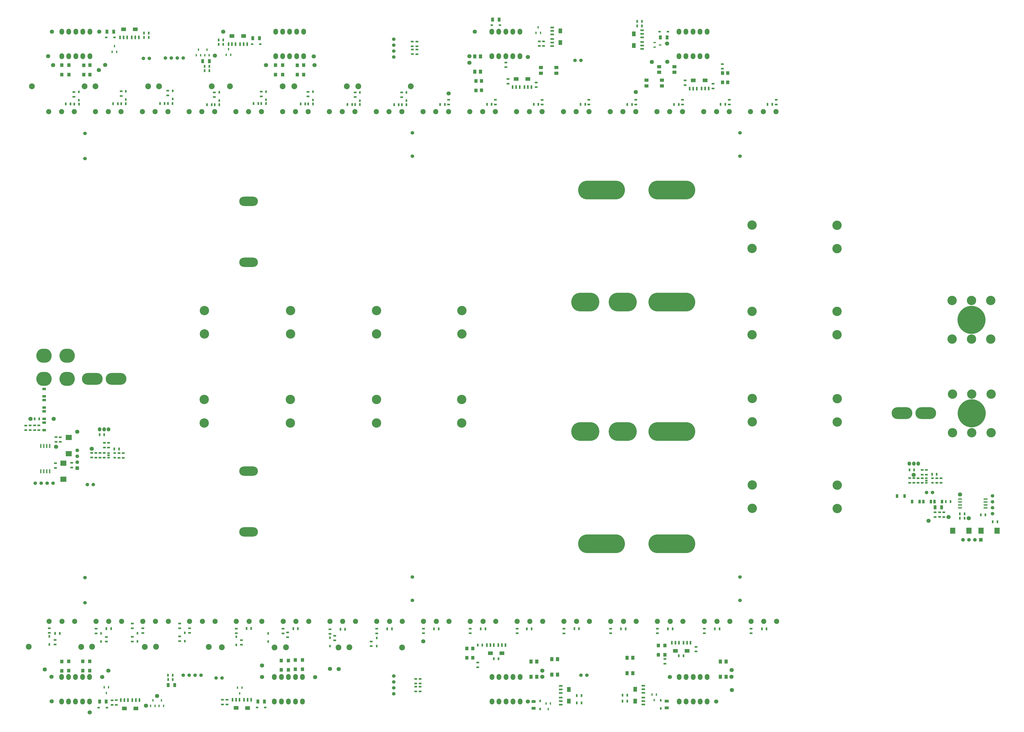
<source format=gbr>
%TF.GenerationSoftware,Altium Limited,Altium Designer,25.3.3 (18)*%
G04 Layer_Color=255*
%FSLAX45Y45*%
%MOMM*%
%TF.SameCoordinates,A4CA6E92-6A9D-4088-ADF9-EEBE24E4F9EE*%
%TF.FilePolarity,Positive*%
%TF.FileFunction,Pads,Bot*%
%TF.Part,Single*%
G01*
G75*
%TA.AperFunction,ComponentPad*%
%ADD17C,1.50000*%
%TA.AperFunction,TestPad*%
%ADD18C,1.80000*%
%TA.AperFunction,ComponentPad*%
%ADD19C,1.52400*%
%ADD20C,12.00000*%
%ADD21C,4.00000*%
%ADD22C,2.20000*%
%ADD23O,2.00000X2.50000*%
%ADD24C,1.80000*%
%ADD25C,2.50000*%
%ADD26O,12.00000X8.00000*%
%ADD27O,20.00000X8.00000*%
%ADD28R,1.55000X1.55000*%
%ADD29C,1.55000*%
%ADD30O,8.00000X4.00000*%
%ADD31O,6.60000X6.00000*%
%ADD32R,1.55000X1.55000*%
%ADD33O,8.89000X5.08000*%
%ADD34O,1.52400X1.77800*%
%TA.AperFunction,SMDPad,CuDef*%
%ADD40R,0.80000X1.25000*%
%ADD41R,1.25000X0.80000*%
%ADD42R,2.00000X1.50000*%
%ADD43R,0.80000X1.50000*%
%ADD44R,0.70000X1.00000*%
%ADD45R,0.60000X1.00000*%
%ADD46R,1.80000X1.45000*%
%ADD47R,0.60000X1.80000*%
%ADD48R,1.50000X2.00000*%
%ADD49R,1.50000X0.80000*%
%ADD50R,1.80000X1.30000*%
%ADD51R,1.45000X1.80000*%
%ADD52R,1.45000X1.50000*%
%ADD53R,1.30000X1.80000*%
%ADD54R,1.00000X0.70000*%
%ADD55R,2.50000X2.20000*%
%ADD56R,2.20000X2.50000*%
%ADD57R,1.60000X1.00000*%
%ADD58R,1.80000X0.60000*%
%ADD59R,1.00000X0.60000*%
%ADD60R,1.00000X1.60000*%
%ADD61R,1.00000X0.66000*%
D17*
X5550000Y28177499D02*
D03*
X5296000D02*
D03*
X8665000Y1685000D02*
D03*
X8411000D02*
D03*
X24000000Y1800000D02*
D03*
X24253999D02*
D03*
X7762000D02*
D03*
X7254000D02*
D03*
X7000000D02*
D03*
X7508000D02*
D03*
X3154000Y9950000D02*
D03*
X2900000D02*
D03*
X39031500Y9610000D02*
D03*
X38777499D02*
D03*
X6492000Y28200000D02*
D03*
X7000000D02*
D03*
X6746000D02*
D03*
X6238000D02*
D03*
X16000000Y28492001D02*
D03*
Y29000000D02*
D03*
Y28745999D02*
D03*
Y28238000D02*
D03*
X23746001Y28100000D02*
D03*
X24000000D02*
D03*
X16000000Y1508000D02*
D03*
Y1000000D02*
D03*
Y1254000D02*
D03*
Y1762000D02*
D03*
X933500Y10015000D02*
D03*
X1441500D02*
D03*
X1187500D02*
D03*
X679500D02*
D03*
X41595001Y9219000D02*
D03*
Y8711000D02*
D03*
Y8965000D02*
D03*
Y9473000D02*
D03*
D18*
X26345001Y26745001D02*
D03*
X3802500Y1997500D02*
D03*
X19462500Y29325000D02*
D03*
X27687500Y28817499D02*
D03*
X17267500Y3250000D02*
D03*
X27804999Y1720000D02*
D03*
X21732312Y675000D02*
D03*
X29785001Y670000D02*
D03*
X30457501Y1165000D02*
D03*
X22350000Y1730000D02*
D03*
X22355000Y1990000D02*
D03*
X30450000Y2020000D02*
D03*
X30435001Y1732500D02*
D03*
X3002500Y205000D02*
D03*
X1377500Y680000D02*
D03*
X1080000Y2047500D02*
D03*
X13277499Y2070000D02*
D03*
X10372500Y1722500D02*
D03*
X12637500Y1715000D02*
D03*
X10375000Y2216409D02*
D03*
X13650000Y2062500D02*
D03*
X1375000Y1727500D02*
D03*
X3540000Y1725000D02*
D03*
X40579999Y8512500D02*
D03*
X8355000Y28302499D02*
D03*
X3407793Y29325000D02*
D03*
X1390000D02*
D03*
X8710000Y29325000D02*
D03*
X3398734Y27681265D02*
D03*
X27690955Y28040781D02*
D03*
X27037500Y28029999D02*
D03*
X19239999Y28272501D02*
D03*
X21732500Y28237500D02*
D03*
X19237500Y27995001D02*
D03*
X12580000Y28270001D02*
D03*
X12615000Y27892499D02*
D03*
X10542500Y27891779D02*
D03*
X1442500Y27897501D02*
D03*
X3667500Y27900000D02*
D03*
X1225000Y28277499D02*
D03*
X18347501Y26679999D02*
D03*
X1562500Y11572500D02*
D03*
X5412500Y497500D02*
D03*
X5887500Y912500D02*
D03*
D19*
X2800000Y5972216D02*
D03*
Y4897216D02*
D03*
X30800000Y6000000D02*
D03*
Y5000000D02*
D03*
X16800000Y6000000D02*
D03*
Y5000000D02*
D03*
X2800000Y24972217D02*
D03*
Y23897215D02*
D03*
X30800000Y25000000D02*
D03*
Y24000000D02*
D03*
X16800000Y25000000D02*
D03*
Y24000000D02*
D03*
D20*
X40710001Y13000000D02*
D03*
X40697501Y17000000D02*
D03*
D21*
X41535001Y13825000D02*
D03*
Y12175000D02*
D03*
X39885001D02*
D03*
Y13825000D02*
D03*
X40710001Y12175000D02*
D03*
Y13825000D02*
D03*
X41522501Y17825000D02*
D03*
Y16175000D02*
D03*
X39872501D02*
D03*
Y17825000D02*
D03*
X40697501Y16175000D02*
D03*
Y17825000D02*
D03*
X18915048Y17395000D02*
D03*
Y16395000D02*
D03*
X7907548Y17395000D02*
D03*
Y16395000D02*
D03*
X15267548Y17395000D02*
D03*
Y16395000D02*
D03*
X11590048Y17395000D02*
D03*
Y16395000D02*
D03*
X11585000Y12590000D02*
D03*
Y13589999D02*
D03*
X18910001Y12590000D02*
D03*
Y13589999D02*
D03*
X7902500Y12590000D02*
D03*
Y13589999D02*
D03*
X15262500Y12590000D02*
D03*
Y13589999D02*
D03*
X31323059Y8933360D02*
D03*
Y9933360D02*
D03*
X34958060Y8928360D02*
D03*
Y9928360D02*
D03*
Y13628360D02*
D03*
Y12628360D02*
D03*
X31323059Y13633360D02*
D03*
Y12633360D02*
D03*
X31317499Y16364999D02*
D03*
Y17364999D02*
D03*
X34952499Y16360001D02*
D03*
Y17360001D02*
D03*
X34950000Y21045000D02*
D03*
Y20045000D02*
D03*
X31314999Y21050000D02*
D03*
Y20050000D02*
D03*
D22*
X32345999Y25900000D02*
D03*
X31800000D02*
D03*
X31254001D02*
D03*
X30345999D02*
D03*
X29800000D02*
D03*
X29254001D02*
D03*
X28345999D02*
D03*
X27800000D02*
D03*
X27254001D02*
D03*
X26345999D02*
D03*
X25800000D02*
D03*
X25253999D02*
D03*
X24346001D02*
D03*
X23800000D02*
D03*
X23253999D02*
D03*
X22346001D02*
D03*
X21800000D02*
D03*
X21253999D02*
D03*
X20346001D02*
D03*
X19800000D02*
D03*
X19253999D02*
D03*
X18346001D02*
D03*
X17800000D02*
D03*
X17253999D02*
D03*
X16366000Y4100000D02*
D03*
X15820000D02*
D03*
X15274001D02*
D03*
X12366000D02*
D03*
X11820000D02*
D03*
X11274000D02*
D03*
X5254000Y25900000D02*
D03*
X5800000D02*
D03*
X6346000D02*
D03*
X13274001Y4100000D02*
D03*
X13820000D02*
D03*
X14366000D02*
D03*
X9274000D02*
D03*
X9820000D02*
D03*
X10366000D02*
D03*
X5274000D02*
D03*
X5820000D02*
D03*
X6366000D02*
D03*
X7274000D02*
D03*
X7820000D02*
D03*
X8366000D02*
D03*
X3274000D02*
D03*
X3820000D02*
D03*
X4366000D02*
D03*
X1274000D02*
D03*
X1820000D02*
D03*
X2366000D02*
D03*
X18366000D02*
D03*
X17820000D02*
D03*
X17274001D02*
D03*
X20366000D02*
D03*
X19820000D02*
D03*
X19274001D02*
D03*
X22366000D02*
D03*
X21820000D02*
D03*
X21274001D02*
D03*
X23274001D02*
D03*
X23820000D02*
D03*
X24366000D02*
D03*
X26366000D02*
D03*
X25820001D02*
D03*
X25274001D02*
D03*
X28366000D02*
D03*
X27820001D02*
D03*
X27273999D02*
D03*
X30366000D02*
D03*
X29820001D02*
D03*
X29273999D02*
D03*
X32366000D02*
D03*
X31820001D02*
D03*
X31273999D02*
D03*
X16346001Y25900000D02*
D03*
X15800000D02*
D03*
X15253999D02*
D03*
X10346000D02*
D03*
X9800000D02*
D03*
X9254000D02*
D03*
X8346000D02*
D03*
X7800000D02*
D03*
X7254000D02*
D03*
X14346001D02*
D03*
X13800000D02*
D03*
X13253999D02*
D03*
X4346000D02*
D03*
X3800000D02*
D03*
X3254000D02*
D03*
X2346000D02*
D03*
X1800000D02*
D03*
X1254000D02*
D03*
X11254000D02*
D03*
X11800000D02*
D03*
X12346000D02*
D03*
D23*
X21400000Y675000D02*
D03*
X21100000D02*
D03*
X20800000D02*
D03*
X20500000D02*
D03*
X20200000D02*
D03*
X21400000Y1725000D02*
D03*
X21100000D02*
D03*
X20800000D02*
D03*
X20500000D02*
D03*
X20200000D02*
D03*
X12100000Y675000D02*
D03*
X11800000D02*
D03*
X11500000D02*
D03*
X11200000D02*
D03*
X10900000D02*
D03*
X12100000Y1725000D02*
D03*
X11800000D02*
D03*
X11500000D02*
D03*
X11200000D02*
D03*
X10900000D02*
D03*
X3000000Y675000D02*
D03*
X2700000D02*
D03*
X2400000D02*
D03*
X2100000D02*
D03*
X1800000D02*
D03*
X3000000Y1725000D02*
D03*
X2700000D02*
D03*
X2400000D02*
D03*
X2100000D02*
D03*
X1800000D02*
D03*
X28192499Y29325000D02*
D03*
X28492499D02*
D03*
X28792499D02*
D03*
X29092499D02*
D03*
X29392499D02*
D03*
X28192499Y28275000D02*
D03*
X28492499D02*
D03*
X28792499D02*
D03*
X29092499D02*
D03*
X29392499D02*
D03*
X20192500Y29325000D02*
D03*
X20492500D02*
D03*
X20792500D02*
D03*
X21092500D02*
D03*
X21392500D02*
D03*
X20192500Y28275000D02*
D03*
X20492500D02*
D03*
X20792500D02*
D03*
X21092500D02*
D03*
X21392500D02*
D03*
X3010000D02*
D03*
X2710000D02*
D03*
X2410000D02*
D03*
X2110000D02*
D03*
X1810000D02*
D03*
X3010000Y29325000D02*
D03*
X2710000D02*
D03*
X2410000D02*
D03*
X2110000D02*
D03*
X1810000D02*
D03*
X12152500Y28275000D02*
D03*
X11852500D02*
D03*
X11552500D02*
D03*
X11252500D02*
D03*
X10952500D02*
D03*
X12152500Y29325000D02*
D03*
X11852500D02*
D03*
X11552500D02*
D03*
X11252500D02*
D03*
X10952500D02*
D03*
X28200000Y1725000D02*
D03*
X28500000D02*
D03*
X28800000D02*
D03*
X29100000D02*
D03*
X29400000D02*
D03*
X28200000Y675000D02*
D03*
X28500000D02*
D03*
X28800000D02*
D03*
X29100000D02*
D03*
X29400000D02*
D03*
D24*
X2475000Y12217500D02*
D03*
X40207501Y9532243D02*
D03*
X38229999Y10370000D02*
D03*
X39717499Y8562500D02*
D03*
X38864999Y8402500D02*
D03*
X1465000Y12765000D02*
D03*
X3090000Y11487500D02*
D03*
X472500Y12765000D02*
D03*
D25*
X14105000Y2990000D02*
D03*
X16355000Y2985000D02*
D03*
X11392500Y2990000D02*
D03*
X13642500Y2985000D02*
D03*
X8655000Y2990000D02*
D03*
X10905000Y2985000D02*
D03*
X5360000Y3010000D02*
D03*
X3110000Y3015000D02*
D03*
X8095000Y3010000D02*
D03*
X5845000Y3015000D02*
D03*
X2645000Y3010000D02*
D03*
X395000Y3015000D02*
D03*
X14482500Y26989999D02*
D03*
X16732500Y26985001D02*
D03*
X11747500Y26989999D02*
D03*
X13997501Y26985001D02*
D03*
X2785000Y26985001D02*
D03*
X535000Y26989999D02*
D03*
X5505000Y26985001D02*
D03*
X3255000Y26989999D02*
D03*
X8220000Y26985001D02*
D03*
X5970000Y26989999D02*
D03*
X11252500Y26985001D02*
D03*
X9002500Y26989999D02*
D03*
D26*
X25787500Y17755000D02*
D03*
X24187500D02*
D03*
X25787500Y12225000D02*
D03*
X24187500D02*
D03*
D27*
X27887500Y17755000D02*
D03*
X24887500Y22555000D02*
D03*
X27887500D02*
D03*
Y12225000D02*
D03*
Y7425000D02*
D03*
X24887500D02*
D03*
D28*
X41095999Y7587500D02*
D03*
D29*
X40842001D02*
D03*
X40588000D02*
D03*
X40334000D02*
D03*
X2472500Y11416000D02*
D03*
Y11162000D02*
D03*
Y10908000D02*
D03*
D30*
X9800000Y19464999D02*
D03*
Y22064999D02*
D03*
Y10530000D02*
D03*
Y7930000D02*
D03*
D31*
X2039411Y15466820D02*
D03*
X1048811D02*
D03*
X2039031Y14474899D02*
D03*
X1048431D02*
D03*
D32*
X2472500Y10654000D02*
D03*
D33*
X37726999Y13006100D02*
D03*
X38742999D02*
D03*
X3112000Y14476100D02*
D03*
X4128000D02*
D03*
D34*
X38044501Y10847100D02*
D03*
X38235001D02*
D03*
X38425500D02*
D03*
X3429500Y12317100D02*
D03*
X3620000D02*
D03*
X3810500D02*
D03*
D40*
X5527500Y29267517D02*
D03*
X5327500D02*
D03*
X8515000Y28782483D02*
D03*
X8715000D02*
D03*
X25779999Y689984D02*
D03*
X25979999D02*
D03*
X24027499Y612516D02*
D03*
X23827499D02*
D03*
X26610001Y29767517D02*
D03*
X26410001D02*
D03*
X28385339Y2632516D02*
D03*
X28185339D02*
D03*
X23827499Y930016D02*
D03*
X24027499D02*
D03*
X25982501Y942484D02*
D03*
X25782501D02*
D03*
X15922501Y3779984D02*
D03*
X15722501D02*
D03*
X3917500Y3784984D02*
D03*
X3717500D02*
D03*
X3427500Y12085016D02*
D03*
X3627500D02*
D03*
X40202499Y8702516D02*
D03*
X40402499D02*
D03*
X8120000Y27659985D02*
D03*
X7920000D02*
D03*
X41604999Y8362516D02*
D03*
X41804999D02*
D03*
X22185001Y26217484D02*
D03*
X21985001D02*
D03*
X19987500Y26217517D02*
D03*
X20187500D02*
D03*
X14022501Y26210016D02*
D03*
X14222501D02*
D03*
X14352499Y26212515D02*
D03*
X14552499D02*
D03*
X12347500Y26232516D02*
D03*
X12547500D02*
D03*
X10337500Y26247501D02*
D03*
X10537500D02*
D03*
X10007500D02*
D03*
X10207500D02*
D03*
X8017500Y26200015D02*
D03*
X8217500D02*
D03*
X8345000D02*
D03*
X8545000D02*
D03*
X2347500Y26227499D02*
D03*
X2547500D02*
D03*
X4256931Y11474984D02*
D03*
X4056931D02*
D03*
X39212500Y10392484D02*
D03*
X39012500D02*
D03*
X16545000Y26202515D02*
D03*
X16345000D02*
D03*
X16217500D02*
D03*
X16017500D02*
D03*
X8515000Y28972485D02*
D03*
X8715000D02*
D03*
X12220000Y26232516D02*
D03*
X12020000D02*
D03*
X18185001Y26212515D02*
D03*
X17985001D02*
D03*
X24189999Y26215015D02*
D03*
X23989999D02*
D03*
X7919645Y27842484D02*
D03*
X8119645D02*
D03*
X31979999Y26217484D02*
D03*
X32179999D02*
D03*
X29975000Y26214984D02*
D03*
X30175000D02*
D03*
X27982501Y26209985D02*
D03*
X28182501D02*
D03*
X25985001D02*
D03*
X26185001D02*
D03*
X6547500Y26252515D02*
D03*
X6347500D02*
D03*
X6210000Y26255017D02*
D03*
X6010000D02*
D03*
X26410001Y29572485D02*
D03*
X26610001D02*
D03*
X11707500Y3787484D02*
D03*
X11907500D02*
D03*
X19587500Y3087484D02*
D03*
X19787500D02*
D03*
X21895000Y3780016D02*
D03*
X21695000D02*
D03*
X19722501Y3779984D02*
D03*
X19922501D02*
D03*
X17722501D02*
D03*
X17922501D02*
D03*
X23720000Y3784984D02*
D03*
X23920000D02*
D03*
X6552500Y1802516D02*
D03*
X6352500D02*
D03*
X6555000Y1610016D02*
D03*
X6355000D02*
D03*
X4547500Y26242499D02*
D03*
X4347500D02*
D03*
X31939999Y3780016D02*
D03*
X31739999D02*
D03*
X29929999D02*
D03*
X29729999D02*
D03*
X27920001D02*
D03*
X27720001D02*
D03*
X25912500D02*
D03*
X25712500D02*
D03*
X4207500Y26242499D02*
D03*
X4007500D02*
D03*
X2182500Y26230017D02*
D03*
X1982500D02*
D03*
X13722501Y3767484D02*
D03*
X13922501D02*
D03*
X9707500Y3794984D02*
D03*
X9907500D02*
D03*
X1525000Y3589984D02*
D03*
X1725000D02*
D03*
X5527500Y29080017D02*
D03*
X5327500D02*
D03*
X20277499Y2500016D02*
D03*
X20477499D02*
D03*
X850000Y12762516D02*
D03*
X650000D02*
D03*
X39600000Y9227484D02*
D03*
X39800000D02*
D03*
X38245001Y10577516D02*
D03*
X38045001D02*
D03*
X41295001Y8660016D02*
D03*
X41095001D02*
D03*
X40202499Y8517484D02*
D03*
X40402499D02*
D03*
D41*
X3960016Y527500D02*
D03*
Y727500D02*
D03*
X8677516Y547500D02*
D03*
Y747500D02*
D03*
X16942516Y1442500D02*
D03*
Y1642500D02*
D03*
X17130016Y1440000D02*
D03*
Y1640000D02*
D03*
X16992476Y28559991D02*
D03*
Y28359991D02*
D03*
X16794975Y28564993D02*
D03*
Y28364993D02*
D03*
X17127484Y1307500D02*
D03*
Y1107500D02*
D03*
X16942223Y1306215D02*
D03*
Y1106215D02*
D03*
X16792508Y28697491D02*
D03*
Y28897491D02*
D03*
X22222501Y28912500D02*
D03*
Y28712500D02*
D03*
X16990009Y28697491D02*
D03*
Y28897491D02*
D03*
X28922855Y3012500D02*
D03*
Y2812500D02*
D03*
X4140016Y730000D02*
D03*
Y530000D02*
D03*
X8875016Y750000D02*
D03*
Y550000D02*
D03*
X15272516Y3785000D02*
D03*
Y3585000D02*
D03*
X13275015Y3765000D02*
D03*
Y3565000D02*
D03*
X11272516Y3787500D02*
D03*
Y3587500D02*
D03*
X11467516Y3625000D02*
D03*
Y3425000D02*
D03*
X6847516Y3455000D02*
D03*
Y3255000D02*
D03*
X7272516Y3807500D02*
D03*
Y3607500D02*
D03*
X4827516Y3442500D02*
D03*
Y3242500D02*
D03*
Y4005000D02*
D03*
Y3805000D02*
D03*
X31274985Y3592500D02*
D03*
Y3792500D02*
D03*
X29274985Y3592500D02*
D03*
Y3792500D02*
D03*
X27274985Y3592500D02*
D03*
Y3792500D02*
D03*
X25274985Y3592500D02*
D03*
Y3792500D02*
D03*
X17272516D02*
D03*
Y3592500D02*
D03*
X23275015Y3790000D02*
D03*
Y3590000D02*
D03*
X19270016Y3792500D02*
D03*
Y3592500D02*
D03*
X39139984Y8567500D02*
D03*
Y8767500D02*
D03*
X650016Y12482500D02*
D03*
Y12282500D02*
D03*
X1565017Y11982500D02*
D03*
Y11782500D02*
D03*
X1537484Y10667500D02*
D03*
Y10867500D02*
D03*
X2232484Y10680000D02*
D03*
Y10880000D02*
D03*
X274984Y12280000D02*
D03*
Y12480000D02*
D03*
X3632484Y11540000D02*
D03*
Y11740000D02*
D03*
X3807484Y11540000D02*
D03*
Y11740000D02*
D03*
X28460016Y27042499D02*
D03*
Y27242499D02*
D03*
X22344984Y26204999D02*
D03*
Y26404999D02*
D03*
X18347482Y26212500D02*
D03*
Y26412500D02*
D03*
X20344984Y26212500D02*
D03*
Y26412500D02*
D03*
X12334984Y26552499D02*
D03*
Y26752499D02*
D03*
X10337484Y26557483D02*
D03*
Y26757483D02*
D03*
X8329984Y26527499D02*
D03*
Y26727499D02*
D03*
X2327484Y26539999D02*
D03*
Y26739999D02*
D03*
X3621947Y11307501D02*
D03*
Y11107501D02*
D03*
X39394983Y10025000D02*
D03*
Y10225000D02*
D03*
X38232516Y10230000D02*
D03*
Y10030000D02*
D03*
X14349985Y26727499D02*
D03*
Y26527499D02*
D03*
X16342484Y26725000D02*
D03*
Y26525000D02*
D03*
X20792484Y28004999D02*
D03*
Y27804999D02*
D03*
X22089984Y27152499D02*
D03*
Y26952499D02*
D03*
X24344984Y26412500D02*
D03*
Y26212500D02*
D03*
X22403116Y28912936D02*
D03*
Y28712936D02*
D03*
X6344984Y26800000D02*
D03*
Y26600000D02*
D03*
X30050000Y27939999D02*
D03*
Y27739999D02*
D03*
X29652484Y27097501D02*
D03*
Y26897501D02*
D03*
X32347516Y26212500D02*
D03*
Y26412500D02*
D03*
X30345016Y26212500D02*
D03*
Y26412500D02*
D03*
X28347516Y26212500D02*
D03*
Y26412500D02*
D03*
X26347516Y26212500D02*
D03*
Y26412500D02*
D03*
X15035016Y3042500D02*
D03*
Y3242500D02*
D03*
X21277516Y3592500D02*
D03*
Y3792500D02*
D03*
X19595016Y2140000D02*
D03*
Y2340000D02*
D03*
X27595016Y2290000D02*
D03*
Y2490000D02*
D03*
X6850016Y3810000D02*
D03*
Y4010000D02*
D03*
X4347484Y26772501D02*
D03*
Y26572501D02*
D03*
X13480016Y3287500D02*
D03*
Y3487500D02*
D03*
X9275016Y3592500D02*
D03*
Y3792500D02*
D03*
X1275016Y3610000D02*
D03*
Y3810000D02*
D03*
X1525016Y3110000D02*
D03*
Y3310000D02*
D03*
X9492516Y3100000D02*
D03*
Y3300000D02*
D03*
X5277516Y3605000D02*
D03*
Y3805000D02*
D03*
X3272516Y3587500D02*
D03*
Y3787500D02*
D03*
X3715016Y3237500D02*
D03*
Y3437500D02*
D03*
X20890016Y27297501D02*
D03*
Y27097501D02*
D03*
X39334985Y8770000D02*
D03*
Y8570000D02*
D03*
X830000Y12282500D02*
D03*
Y12482500D02*
D03*
X460016Y12282500D02*
D03*
Y12482500D02*
D03*
X4439414Y11297501D02*
D03*
Y11097501D02*
D03*
X3444447Y11105000D02*
D03*
Y11305001D02*
D03*
X1745000Y11980000D02*
D03*
Y11780000D02*
D03*
X3089414Y11310000D02*
D03*
Y11110000D02*
D03*
X3266947Y11107501D02*
D03*
Y11307501D02*
D03*
X4259414Y11297501D02*
D03*
Y11097501D02*
D03*
X38767484Y10577500D02*
D03*
Y10377500D02*
D03*
X38592484Y10577500D02*
D03*
Y10377500D02*
D03*
X39517484Y8765000D02*
D03*
Y8565000D02*
D03*
X38057483Y10230000D02*
D03*
Y10030000D02*
D03*
X38590015Y10027500D02*
D03*
Y10227500D02*
D03*
X39217499Y10225000D02*
D03*
Y10025000D02*
D03*
X38412515Y10027500D02*
D03*
Y10227500D02*
D03*
D42*
X28042838Y2840000D02*
D03*
X28537839D02*
D03*
X29307501Y27245001D02*
D03*
X20130000Y2735000D02*
D03*
X20625000D02*
D03*
X9260000Y400000D02*
D03*
X9752500Y397500D02*
D03*
X4489661Y380000D02*
D03*
X4982161D02*
D03*
X4950000Y29427499D02*
D03*
X4452500D02*
D03*
X9582500Y29142499D02*
D03*
X9087500D02*
D03*
X21232500Y27302499D02*
D03*
X21737500D02*
D03*
X28800000Y27239999D02*
D03*
D43*
X28042838Y3190000D02*
D03*
X27890338D02*
D03*
X28192838D02*
D03*
X28537839D02*
D03*
X28385339D02*
D03*
X28687839D02*
D03*
X29157501Y26895001D02*
D03*
X29460001D02*
D03*
X29307501D02*
D03*
X20280000Y3085000D02*
D03*
X19977499D02*
D03*
X20130000D02*
D03*
X20775000D02*
D03*
X20472501D02*
D03*
X20625000D02*
D03*
X9410000Y750000D02*
D03*
X9107500D02*
D03*
X9260000D02*
D03*
X9902500Y747500D02*
D03*
X9600000D02*
D03*
X9752500D02*
D03*
X4639661Y730000D02*
D03*
X4337161D02*
D03*
X4489661D02*
D03*
X5132161D02*
D03*
X4829661D02*
D03*
X4982161D02*
D03*
X4950000Y29077499D02*
D03*
X5102500D02*
D03*
X4800000D02*
D03*
X4302500D02*
D03*
X4605000D02*
D03*
X4452500D02*
D03*
X9582500Y28792499D02*
D03*
X9735000D02*
D03*
X9432500D02*
D03*
X9087500D02*
D03*
X9240000D02*
D03*
X8937500D02*
D03*
X21232500Y26952499D02*
D03*
X21385001D02*
D03*
X21082500D02*
D03*
X21737500D02*
D03*
X21889999D02*
D03*
X21587500D02*
D03*
X28800000Y26889999D02*
D03*
X28952499D02*
D03*
X28650000D02*
D03*
D44*
X4547500Y26772501D02*
D03*
Y26422501D02*
D03*
X10632500Y3235000D02*
D03*
Y3585000D02*
D03*
X22255000Y352500D02*
D03*
Y702500D02*
D03*
X27414999Y725000D02*
D03*
Y375000D02*
D03*
X15272501Y3042500D02*
D03*
Y3392500D02*
D03*
X13277499Y3047500D02*
D03*
Y3397500D02*
D03*
X9275000Y3095000D02*
D03*
Y3445000D02*
D03*
X7070000Y3257500D02*
D03*
Y3607500D02*
D03*
X5050000Y3247500D02*
D03*
Y3597500D02*
D03*
X3485000Y3237500D02*
D03*
Y3587500D02*
D03*
X1275000Y3110000D02*
D03*
Y3460000D02*
D03*
X16545000Y26375000D02*
D03*
Y26725000D02*
D03*
X14552127Y26372501D02*
D03*
Y26722501D02*
D03*
X12545000Y26404999D02*
D03*
Y26754999D02*
D03*
X10542500Y26412485D02*
D03*
Y26762485D02*
D03*
X2542500Y26747501D02*
D03*
Y26397501D02*
D03*
X8542500Y26379999D02*
D03*
Y26729999D02*
D03*
X6550000Y26442499D02*
D03*
Y26792499D02*
D03*
D45*
X22272501Y29272937D02*
D03*
X22082500D02*
D03*
X22177499Y29512936D02*
D03*
X27137500Y730000D02*
D03*
X27232501Y970000D02*
D03*
X27042499D02*
D03*
X6162500Y487500D02*
D03*
X5972500D02*
D03*
X6067500Y727500D02*
D03*
X5702500D02*
D03*
X5607500Y487500D02*
D03*
X5797500D02*
D03*
X9417500Y1022500D02*
D03*
X9512500Y1262500D02*
D03*
X9322500D02*
D03*
X3715000Y1040000D02*
D03*
X3810000Y1280000D02*
D03*
X3620000D02*
D03*
X7750000Y28314999D02*
D03*
X7560000D02*
D03*
X7655000Y28554999D02*
D03*
X8115000Y28317499D02*
D03*
X7925000D02*
D03*
X8020000Y28557501D02*
D03*
X9032500Y28337500D02*
D03*
X8842500D02*
D03*
X8937500Y28577499D02*
D03*
X4060000Y28702499D02*
D03*
X3965000Y28462500D02*
D03*
X4155000D02*
D03*
X22510001Y592500D02*
D03*
X22700000D02*
D03*
X22605000Y352500D02*
D03*
D46*
X22295000Y27792499D02*
D03*
X22950000D02*
D03*
X22295000Y27547501D02*
D03*
X22950000D02*
D03*
X27462500Y27007501D02*
D03*
X26807501D02*
D03*
X27462500Y27252499D02*
D03*
X26807501D02*
D03*
X28000000Y27585001D02*
D03*
X27345001D02*
D03*
X28000000Y27829999D02*
D03*
X27345001D02*
D03*
D47*
X914500Y10517500D02*
D03*
X1041500D02*
D03*
X1168500D02*
D03*
X1295500D02*
D03*
Y11607500D02*
D03*
X1168500D02*
D03*
X1041500D02*
D03*
X914500D02*
D03*
D48*
X23487500Y692500D02*
D03*
Y1190000D02*
D03*
X26320001Y692500D02*
D03*
Y1195000D02*
D03*
X23125000Y29355438D02*
D03*
X23122501Y28862936D02*
D03*
X26264999Y29230838D02*
D03*
X26267499Y28735837D02*
D03*
D49*
X23137500Y692500D02*
D03*
Y540000D02*
D03*
Y842500D02*
D03*
Y1190000D02*
D03*
Y1037500D02*
D03*
Y1340000D02*
D03*
X26670001Y692500D02*
D03*
Y845000D02*
D03*
Y542500D02*
D03*
Y1045000D02*
D03*
Y1347500D02*
D03*
Y1195000D02*
D03*
X22775000Y29505438D02*
D03*
Y29202936D02*
D03*
Y29355438D02*
D03*
X22772501Y28862936D02*
D03*
Y28710437D02*
D03*
Y29012936D02*
D03*
X26614999Y29230838D02*
D03*
Y29383337D02*
D03*
Y29080838D02*
D03*
X26617499Y28735837D02*
D03*
Y28888339D02*
D03*
Y28585837D02*
D03*
D50*
X21982500Y672500D02*
D03*
Y387500D02*
D03*
X27672501Y690000D02*
D03*
Y405000D02*
D03*
D51*
X25972501Y1887500D02*
D03*
Y2542500D02*
D03*
X26217499Y1887500D02*
D03*
Y2542500D02*
D03*
X23002499Y2482500D02*
D03*
Y1827500D02*
D03*
X22757500Y2482500D02*
D03*
Y1827500D02*
D03*
X22117500Y2385000D02*
D03*
Y1730000D02*
D03*
X21872501Y2385000D02*
D03*
Y1730000D02*
D03*
X19464999Y27614999D02*
D03*
Y28270001D02*
D03*
X19710001Y27614999D02*
D03*
Y28270001D02*
D03*
X29964999Y1730000D02*
D03*
Y2385000D02*
D03*
X30210001Y1730000D02*
D03*
Y2385000D02*
D03*
D52*
X27596707Y2667500D02*
D03*
Y3067500D02*
D03*
X27311707Y2667500D02*
D03*
Y3067500D02*
D03*
X19122499Y2542500D02*
D03*
Y2942500D02*
D03*
X19382500Y2542500D02*
D03*
Y2942500D02*
D03*
X2105000Y1992500D02*
D03*
Y2392500D02*
D03*
X2705000Y1995000D02*
D03*
Y2395000D02*
D03*
X3005000Y1995000D02*
D03*
Y2395000D02*
D03*
X1807500Y1987500D02*
D03*
Y2387500D02*
D03*
X11495000Y2025000D02*
D03*
Y2425000D02*
D03*
X11192500Y2027500D02*
D03*
Y2427500D02*
D03*
X12097500Y2052500D02*
D03*
Y2452500D02*
D03*
X11797500Y2052500D02*
D03*
Y2452500D02*
D03*
X19512500Y27212500D02*
D03*
Y26812500D02*
D03*
X19752499Y27214999D02*
D03*
Y26814999D02*
D03*
X30279999Y27557501D02*
D03*
Y27157501D02*
D03*
X30052499Y27557501D02*
D03*
Y27157501D02*
D03*
X11250000Y27489999D02*
D03*
Y27889999D02*
D03*
X12152500Y27489999D02*
D03*
Y27889999D02*
D03*
X11877500Y27487500D02*
D03*
Y27887500D02*
D03*
X10950000Y27489999D02*
D03*
Y27889999D02*
D03*
X1810000Y27489999D02*
D03*
Y27889999D02*
D03*
X3010000Y27489999D02*
D03*
Y27889999D02*
D03*
X2747500Y27487500D02*
D03*
Y27887500D02*
D03*
X2112500Y27489999D02*
D03*
Y27889999D02*
D03*
D53*
X10190000Y670000D02*
D03*
X10475000D02*
D03*
X3710000Y672500D02*
D03*
X3425000D02*
D03*
X39422501Y8975000D02*
D03*
X39137500D02*
D03*
X8120000Y28060001D02*
D03*
X7835000D02*
D03*
X9975000Y29042499D02*
D03*
X10260000D02*
D03*
X3742500Y29322501D02*
D03*
X4027500D02*
D03*
X27397501Y29079999D02*
D03*
X27682501D02*
D03*
X20225000Y29842499D02*
D03*
X20510001D02*
D03*
X6355000Y1380000D02*
D03*
X6640000D02*
D03*
D54*
X10160000Y417500D02*
D03*
X10510000D02*
D03*
X3740000Y412500D02*
D03*
X3390000D02*
D03*
X10295000Y28792499D02*
D03*
X9945000D02*
D03*
X3710000Y29075000D02*
D03*
X4060000D02*
D03*
X27717499Y29325000D02*
D03*
X27367499D02*
D03*
X20539999Y29602499D02*
D03*
X20189999D02*
D03*
D55*
X1880000Y10180000D02*
D03*
Y10870000D02*
D03*
X2105000Y11965000D02*
D03*
Y11275000D02*
D03*
D56*
X39897501Y7980000D02*
D03*
X40587500D02*
D03*
X41795001D02*
D03*
X41104999D02*
D03*
D57*
X1057500Y12762500D02*
D03*
Y13082500D02*
D03*
Y12282500D02*
D03*
Y12602500D02*
D03*
X1057500Y14045000D02*
D03*
Y13725000D02*
D03*
X1060000Y13564999D02*
D03*
Y13245000D02*
D03*
D58*
X41297501Y8954500D02*
D03*
Y9081500D02*
D03*
Y9208500D02*
D03*
Y9335500D02*
D03*
X40207501D02*
D03*
Y9208500D02*
D03*
Y9081500D02*
D03*
Y8954500D02*
D03*
D59*
X27150000Y28664999D02*
D03*
Y28854999D02*
D03*
X27389999Y28760001D02*
D03*
D60*
X37517499Y9460000D02*
D03*
X37837500D02*
D03*
X38161215Y9227411D02*
D03*
X38481213D02*
D03*
X38639999Y9225000D02*
D03*
X38960001D02*
D03*
X39439999Y9225000D02*
D03*
X39120001D02*
D03*
D61*
X39029999Y10220000D02*
D03*
Y10030000D02*
D03*
X38769998D02*
D03*
Y10125000D02*
D03*
Y10220000D02*
D03*
X4069431Y11297501D02*
D03*
Y11107501D02*
D03*
X3809431D02*
D03*
Y11202501D02*
D03*
Y11297501D02*
D03*
%TF.MD5,69e9e13f5cea66f4ed11e0293acd057b*%
M02*

</source>
